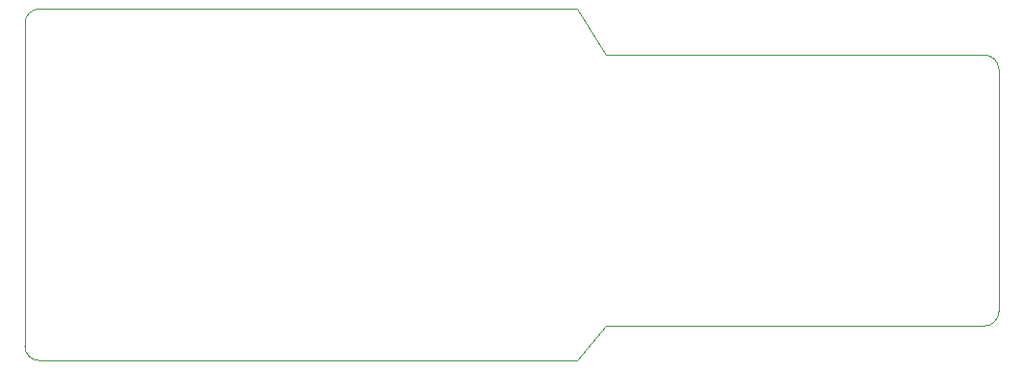
<source format=gbr>
%TF.GenerationSoftware,KiCad,Pcbnew,7.0.1*%
%TF.CreationDate,2023-04-11T01:40:26-06:00*%
%TF.ProjectId,ATMEGA_DevBoard,41544d45-4741-45f4-9465-76426f617264,rev?*%
%TF.SameCoordinates,Original*%
%TF.FileFunction,Profile,NP*%
%FSLAX46Y46*%
G04 Gerber Fmt 4.6, Leading zero omitted, Abs format (unit mm)*
G04 Created by KiCad (PCBNEW 7.0.1) date 2023-04-11 01:40:26*
%MOMM*%
%LPD*%
G01*
G04 APERTURE LIST*
%TA.AperFunction,Profile*%
%ADD10C,0.100000*%
%TD*%
G04 APERTURE END LIST*
D10*
X166624000Y-85090000D02*
G75*
G03*
X165354000Y-83820000I-1270000J0D01*
G01*
X129540000Y-110744000D02*
X82296000Y-110744000D01*
X81026000Y-109474000D02*
G75*
G03*
X82296000Y-110744000I1270000J0D01*
G01*
X166624000Y-85090000D02*
X166624000Y-106426000D01*
X132080000Y-83820000D02*
X129540000Y-79756000D01*
X82296000Y-79756000D02*
G75*
G03*
X81026000Y-81026000I0J-1270000D01*
G01*
X165354000Y-83820000D02*
X132080000Y-83820000D01*
X132080000Y-107696000D02*
X129540000Y-110744000D01*
X81026000Y-109474000D02*
X81026000Y-81026000D01*
X165354000Y-107696000D02*
X132080000Y-107696000D01*
X165354000Y-107696000D02*
G75*
G03*
X166624000Y-106426000I0J1270000D01*
G01*
X82296000Y-79756000D02*
X129540000Y-79756000D01*
M02*

</source>
